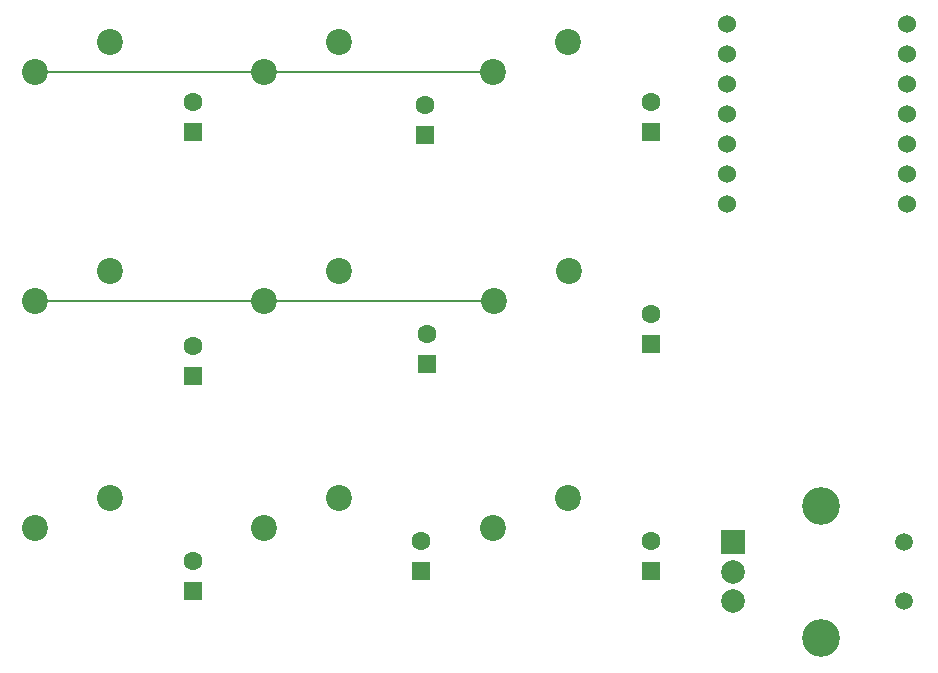
<source format=gbr>
%TF.GenerationSoftware,KiCad,Pcbnew,9.0.2*%
%TF.CreationDate,2025-06-24T13:56:58-07:00*%
%TF.ProjectId,meghanaHackpad,6d656768-616e-4614-9861-636b7061642e,rev?*%
%TF.SameCoordinates,Original*%
%TF.FileFunction,Copper,L2,Bot*%
%TF.FilePolarity,Positive*%
%FSLAX46Y46*%
G04 Gerber Fmt 4.6, Leading zero omitted, Abs format (unit mm)*
G04 Created by KiCad (PCBNEW 9.0.2) date 2025-06-24 13:56:58*
%MOMM*%
%LPD*%
G01*
G04 APERTURE LIST*
G04 Aperture macros list*
%AMRoundRect*
0 Rectangle with rounded corners*
0 $1 Rounding radius*
0 $2 $3 $4 $5 $6 $7 $8 $9 X,Y pos of 4 corners*
0 Add a 4 corners polygon primitive as box body*
4,1,4,$2,$3,$4,$5,$6,$7,$8,$9,$2,$3,0*
0 Add four circle primitives for the rounded corners*
1,1,$1+$1,$2,$3*
1,1,$1+$1,$4,$5*
1,1,$1+$1,$6,$7*
1,1,$1+$1,$8,$9*
0 Add four rect primitives between the rounded corners*
20,1,$1+$1,$2,$3,$4,$5,0*
20,1,$1+$1,$4,$5,$6,$7,0*
20,1,$1+$1,$6,$7,$8,$9,0*
20,1,$1+$1,$8,$9,$2,$3,0*%
G04 Aperture macros list end*
%TA.AperFunction,ComponentPad*%
%ADD10RoundRect,0.250000X0.550000X-0.550000X0.550000X0.550000X-0.550000X0.550000X-0.550000X-0.550000X0*%
%TD*%
%TA.AperFunction,ComponentPad*%
%ADD11C,1.600000*%
%TD*%
%TA.AperFunction,ComponentPad*%
%ADD12C,2.200000*%
%TD*%
%TA.AperFunction,ComponentPad*%
%ADD13C,1.500000*%
%TD*%
%TA.AperFunction,ComponentPad*%
%ADD14R,2.000000X2.000000*%
%TD*%
%TA.AperFunction,ComponentPad*%
%ADD15C,2.000000*%
%TD*%
%TA.AperFunction,ComponentPad*%
%ADD16C,3.200000*%
%TD*%
%TA.AperFunction,ComponentPad*%
%ADD17C,1.524000*%
%TD*%
%TA.AperFunction,Conductor*%
%ADD18C,0.200000*%
%TD*%
G04 APERTURE END LIST*
D10*
%TO.P,D4,1,K*%
%TO.N,row1*%
X132000000Y-82314315D03*
D11*
%TO.P,D4,2,A*%
%TO.N,Net-(D4-A)*%
X132000000Y-79774315D03*
%TD*%
D10*
%TO.P,D1,1,K*%
%TO.N,row2*%
X112385000Y-82020000D03*
D11*
%TO.P,D1,2,A*%
%TO.N,Net-(D1-A)*%
X112385000Y-79480000D03*
%TD*%
D10*
%TO.P,D8,1,K*%
%TO.N,row0*%
X151185000Y-99994315D03*
D11*
%TO.P,D8,2,A*%
%TO.N,Net-(D8-A)*%
X151185000Y-97454315D03*
%TD*%
D10*
%TO.P,D9,1,K*%
%TO.N,row0*%
X151135000Y-119254315D03*
D11*
%TO.P,D9,2,A*%
%TO.N,Net-(D9-A)*%
X151135000Y-116714315D03*
%TD*%
D10*
%TO.P,D7,1,K*%
%TO.N,row0*%
X151135000Y-82080000D03*
D11*
%TO.P,D7,2,A*%
%TO.N,Net-(D7-A)*%
X151135000Y-79540000D03*
%TD*%
D12*
%TO.P,SW8,1,1*%
%TO.N,Net-(D8-A)*%
X144200000Y-93800000D03*
%TO.P,SW8,2,2*%
%TO.N,col1*%
X137850000Y-96340000D03*
%TD*%
%TO.P,SW1,1,1*%
%TO.N,Net-(D1-A)*%
X105400000Y-74400000D03*
%TO.P,SW1,2,2*%
%TO.N,col0*%
X99050000Y-76940000D03*
%TD*%
D10*
%TO.P,D6,1,K*%
%TO.N,row1*%
X131735000Y-119254315D03*
D11*
%TO.P,D6,2,A*%
%TO.N,Net-(D6-A)*%
X131735000Y-116714315D03*
%TD*%
D12*
%TO.P,SW6,1,1*%
%TO.N,Net-(D6-A)*%
X124750000Y-113060000D03*
%TO.P,SW6,2,2*%
%TO.N,col2*%
X118400000Y-115600000D03*
%TD*%
%TO.P,SW7,1,1*%
%TO.N,Net-(D7-A)*%
X144150000Y-74460000D03*
%TO.P,SW7,2,2*%
%TO.N,col0*%
X137800000Y-77000000D03*
%TD*%
%TO.P,SW4,1,1*%
%TO.N,Net-(D4-A)*%
X124800000Y-74400000D03*
%TO.P,SW4,2,2*%
%TO.N,col0*%
X118450000Y-76940000D03*
%TD*%
%TO.P,SW9,1,1*%
%TO.N,Net-(D9-A)*%
X144150000Y-113060000D03*
%TO.P,SW9,2,2*%
%TO.N,col2*%
X137800000Y-115600000D03*
%TD*%
D10*
%TO.P,D5,1,K*%
%TO.N,row1*%
X132200000Y-101714315D03*
D11*
%TO.P,D5,2,A*%
%TO.N,Net-(D5-A)*%
X132200000Y-99174315D03*
%TD*%
D12*
%TO.P,SW3,1,1*%
%TO.N,Net-(D3-A)*%
X105400000Y-113000000D03*
%TO.P,SW3,2,2*%
%TO.N,col2*%
X99050000Y-115540000D03*
%TD*%
D10*
%TO.P,D2,1,K*%
%TO.N,row2*%
X112400000Y-102714315D03*
D11*
%TO.P,D2,2,A*%
%TO.N,Net-(D2-A)*%
X112400000Y-100174315D03*
%TD*%
D12*
%TO.P,SW5,1,1*%
%TO.N,Net-(D5-A)*%
X124800000Y-93800000D03*
%TO.P,SW5,2,2*%
%TO.N,col1*%
X118450000Y-96340000D03*
%TD*%
%TO.P,SW2,1,1*%
%TO.N,Net-(D2-A)*%
X105400000Y-93800000D03*
%TO.P,SW2,2,2*%
%TO.N,col1*%
X99050000Y-96340000D03*
%TD*%
D10*
%TO.P,D3,1,K*%
%TO.N,row2*%
X112385000Y-120914315D03*
D11*
%TO.P,D3,2,A*%
%TO.N,Net-(D3-A)*%
X112385000Y-118374315D03*
%TD*%
D13*
%TO.P,SW10,*%
%TO.N,*%
X172600000Y-116800000D03*
X172600000Y-121800000D03*
D14*
%TO.P,SW10,A,A*%
%TO.N,Net-(U1-GPIO3{slash}MOSI)*%
X158100000Y-116800000D03*
D15*
%TO.P,SW10,B,B*%
%TO.N,Net-(U1-GPIO4{slash}MISO)*%
X158100000Y-121800000D03*
%TO.P,SW10,C,C*%
%TO.N,GND*%
X158100000Y-119300000D03*
D16*
%TO.P,SW10,MP*%
%TO.N,N/C*%
X165600000Y-113700000D03*
X165600000Y-124900000D03*
%TD*%
D17*
%TO.P,U1,1,GPIO26/ADC0/A0*%
%TO.N,col0*%
X157580000Y-72948500D03*
%TO.P,U1,2,GPIO27/ADC1/A1*%
%TO.N,col1*%
X157580000Y-75488500D03*
%TO.P,U1,3,GPIO28/ADC2/A2*%
%TO.N,col2*%
X157580000Y-78028500D03*
%TO.P,U1,4,GPIO29/ADC3/A3*%
%TO.N,row0*%
X157580000Y-80568500D03*
%TO.P,U1,5,GPIO6/SDA*%
%TO.N,row1*%
X157580000Y-83108500D03*
%TO.P,U1,6,GPIO7/SCL*%
%TO.N,row2*%
X157580000Y-85648500D03*
%TO.P,U1,7,GPIO0/TX*%
%TO.N,unconnected-(U1-GPIO0{slash}TX-Pad7)*%
X157580000Y-88188500D03*
%TO.P,U1,8,GPIO1/RX*%
%TO.N,unconnected-(U1-GPIO1{slash}RX-Pad8)*%
X172820000Y-88188500D03*
%TO.P,U1,9,GPIO2/SCK*%
%TO.N,unconnected-(U1-GPIO2{slash}SCK-Pad9)*%
X172820000Y-85648500D03*
%TO.P,U1,10,GPIO4/MISO*%
%TO.N,Net-(U1-GPIO4{slash}MISO)*%
X172820000Y-83108500D03*
%TO.P,U1,11,GPIO3/MOSI*%
%TO.N,Net-(U1-GPIO3{slash}MOSI)*%
X172820000Y-80568500D03*
%TO.P,U1,12,3V3*%
%TO.N,unconnected-(U1-3V3-Pad12)*%
X172820000Y-78028500D03*
%TO.P,U1,13,GND*%
%TO.N,GND*%
X172820000Y-75488500D03*
%TO.P,U1,14,VBUS*%
%TO.N,unconnected-(U1-VBUS-Pad14)*%
X172820000Y-72948500D03*
%TD*%
D18*
%TO.N,col0*%
X118450000Y-76940000D02*
X99050000Y-76940000D01*
X118510000Y-77000000D02*
X118450000Y-76940000D01*
X137800000Y-77000000D02*
X118510000Y-77000000D01*
%TO.N,col1*%
X137850000Y-96340000D02*
X118450000Y-96340000D01*
X118450000Y-96340000D02*
X99050000Y-96340000D01*
%TD*%
M02*

</source>
